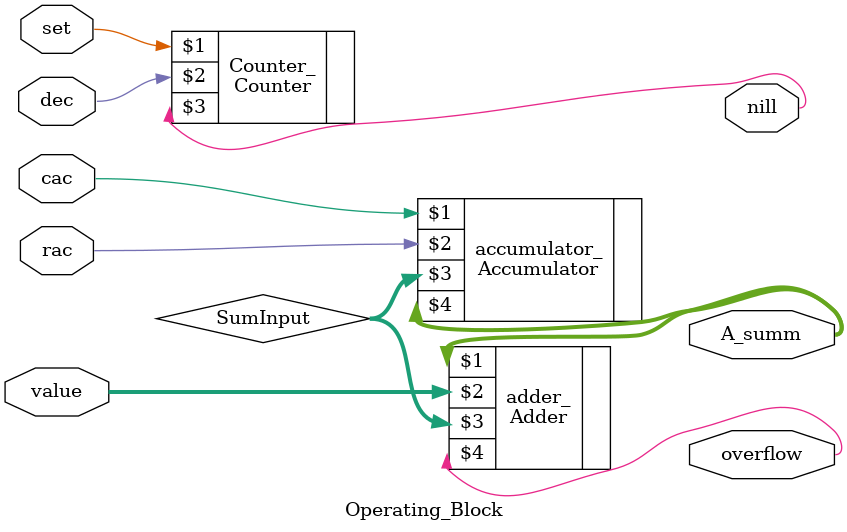
<source format=v>
`include "Accumulator.v"
`include "Counter.v"
`include "Adder.v" // Somador

module Operating_Block(
    input [7:0] value,
    input set, rac, dec, cac,
    output nill, overflow,
    output [7:0] A_summ // Somatorio
);
    wire [7:0] SumInput; // Soma entrada
    reg [7:0] counting;
    Accumulator accumulator_(cac, rac, SumInput, A_summ);
    Adder adder_(A_summ, value, SumInput, overflow);
    Counter Counter_(set, dec, nill);
endmodule
</source>
